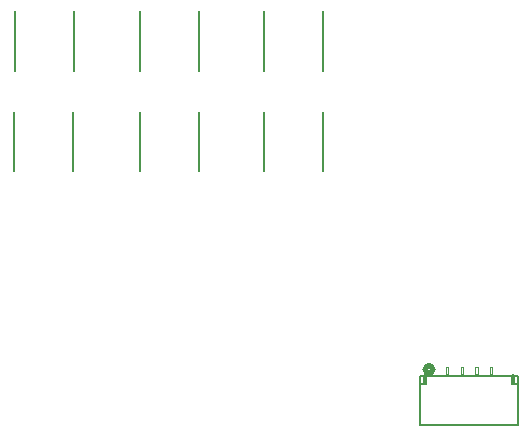
<source format=gbo>
G04*
G04 #@! TF.GenerationSoftware,Altium Limited,Altium Designer,21.2.2 (38)*
G04*
G04 Layer_Color=32896*
%FSLAX25Y25*%
%MOIN*%
G70*
G04*
G04 #@! TF.SameCoordinates,8CF34D0F-3D0A-4A82-AD64-C49C04CB85B6*
G04*
G04*
G04 #@! TF.FilePolarity,Positive*
G04*
G01*
G75*
%ADD14C,0.00787*%
%ADD15C,0.01968*%
%ADD19C,0.00402*%
%ADD20C,0.00600*%
D14*
X390342Y346175D02*
Y365860D01*
X370657Y346175D02*
Y365860D01*
X390342Y312626D02*
Y332311D01*
X370657Y312626D02*
Y332311D01*
X348843Y346175D02*
Y365860D01*
X329157Y346175D02*
Y365860D01*
X348843Y312575D02*
Y332260D01*
X329157Y312575D02*
Y332260D01*
X306842Y312575D02*
Y332260D01*
X287158Y312575D02*
Y332260D01*
X307343Y346175D02*
Y365860D01*
X287657Y346175D02*
Y365860D01*
D15*
X426724Y246524D02*
G03*
X426724Y246524I-1181J0D01*
G01*
D19*
X431157Y244646D02*
Y247402D01*
X431945Y247402D01*
X446709Y244646D02*
Y247402D01*
X445921Y244646D02*
Y247402D01*
X446709Y247402D01*
X436866Y244646D02*
Y247402D01*
X436079Y244646D02*
Y247402D01*
X436866D01*
X431945Y244646D02*
Y247402D01*
X441000Y244646D02*
Y247402D01*
X441787D02*
X441787Y244646D01*
X441000Y247402D02*
X441787D01*
D20*
X436866Y244252D02*
Y244646D01*
X436079D02*
X436079Y244252D01*
X436079Y244646D02*
X436866D01*
X431945D02*
X431945Y244252D01*
X431157D02*
Y244646D01*
X431945D01*
X446709Y244252D02*
Y244646D01*
X445921Y244252D02*
Y244646D01*
X446709D01*
X453992Y241693D02*
Y244646D01*
X453205Y244252D02*
Y244646D01*
X453992D01*
X455173Y241693D02*
Y244252D01*
X453992D02*
X455173D01*
X422693Y241693D02*
X422693Y244252D01*
X423874D01*
X422693Y228110D02*
X455173D01*
Y241693D01*
X453205D02*
X455173D01*
X453205D02*
Y244252D01*
X424661Y244252D02*
X453205Y244252D01*
X424661Y241693D02*
Y244252D01*
X422693Y241693D02*
X424661D01*
X422693Y228110D02*
Y241693D01*
X423874Y244646D02*
X424661D01*
Y244252D02*
Y244646D01*
X423874Y241693D02*
Y244646D01*
X441000Y244252D02*
Y244646D01*
X441787Y244252D02*
Y244646D01*
X441000D02*
X441787D01*
M02*

</source>
